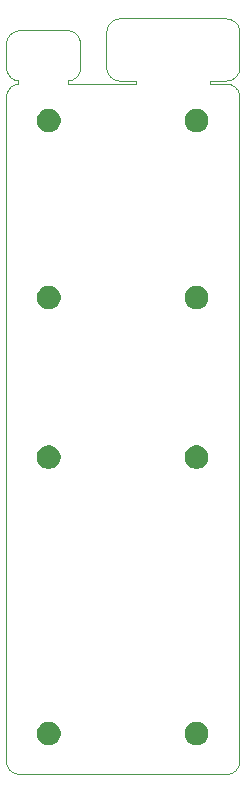
<source format=gbr>
%FSTAX26Y26*%
%MOMM*%
%SFA1B1*%

%IPPOS*%
%ADD94C,0.025400*%
%LNpcb_profile-1*%
%LPD*%
G36*
X15028976Y03426993D02*
Y03328492D01*
X15067407Y03135299*
X15142794Y02953308*
X15252242Y02789529*
X15391536Y02650236*
X15555315Y02540787*
X15737306Y02465425*
X15930499Y02426995*
X16028974*
X16127476*
X16320668Y02465425*
X16502659Y02540787*
X16666438Y02650236*
X16805732Y02789529*
X1691518Y02953308*
X16990568Y03135299*
X17028998Y03328492*
Y03426993*
Y03525469*
X16990568Y03718687*
X1691518Y03900678*
X16805732Y04064457*
X16666438Y04203725*
X16502659Y04313174*
X16320668Y04388561*
X16127476Y04426991*
X16028974*
X15930499*
X15737306Y04388561*
X15555315Y04313174*
X15391536Y04203725*
X15252242Y04064457*
X15142794Y03900678*
X15067407Y03718687*
X15028976Y03525469*
Y03426993*
G37*
G36*
X02528976D02*
Y03525469D01*
X02567406Y03718687*
X02642793Y03900678*
X02752242Y04064457*
X02891536Y04203725*
X03055315Y04313174*
X03237306Y04388561*
X03430498Y04426991*
X03528999*
X03627475*
X03820668Y04388561*
X04002659Y04313174*
X04166438Y04203725*
X04305731Y04064457*
X0441518Y03900678*
X04490567Y03718687*
X04528997Y03525469*
Y03426993*
Y03328492*
X04490567Y03135299*
X0441518Y02953308*
X04305731Y02789529*
X04166438Y02650236*
X04002659Y02540787*
X03820668Y02465425*
X03627475Y02426995*
X03528999*
X03430498*
X03237306Y02465425*
X03055315Y02540787*
X02891536Y02650236*
X02752242Y02789529*
X02642793Y02953308*
X02567406Y03135299*
X02528976Y03328492*
Y03426993*
G37*
G36*
X15028976D02*
Y03328492D01*
X15067407Y03135299*
X15142794Y02953308*
X15252242Y02789529*
X15391536Y02650236*
X15555315Y02540787*
X15737306Y02465425*
X15930499Y02426995*
X16028974*
X16127476*
X16320668Y02465425*
X16502659Y02540787*
X16666438Y02650236*
X16805732Y02789529*
X1691518Y02953308*
X16990568Y03135299*
X17028998Y03328492*
Y03426993*
Y03525469*
X16990568Y03718687*
X1691518Y03900678*
X16805732Y04064457*
X16666438Y04203725*
X16502659Y04313174*
X16320668Y04388561*
X16127476Y04426991*
X16028974*
X15930499*
X15737306Y04388561*
X15555315Y04313174*
X15391536Y04203725*
X15252242Y04064457*
X15142794Y03900678*
X15067407Y03718687*
X15028976Y03525469*
Y03426993*
G37*
G36*
X16028974Y25826999D02*
X15930499D01*
X15737306Y25865429*
X15555315Y25940791*
X15391536Y2605024*
X15252242Y26189533*
X15142794Y26353312*
X15067407Y26535303*
X15028976Y26728496*
Y26826997*
Y26925473*
X15067407Y27118665*
X15142794Y27300656*
X15252242Y27464435*
X15391536Y27603729*
X15555315Y27713178*
X15737306Y27788565*
X15930499Y27826995*
X16028974*
X16127476*
X16320668Y27788565*
X16502659Y27713178*
X16666438Y27603729*
X16805732Y27464435*
X1691518Y27300656*
X16990568Y27118665*
X17028998Y26925473*
Y26826997*
Y26728496*
X16990568Y26535303*
X1691518Y26353312*
X16805732Y26189533*
X16666438Y2605024*
X16502659Y25940791*
X16320668Y25865429*
X16127476Y25826999*
X16028974*
G37*
G36*
X03528999D02*
X03430498D01*
X03237306Y25865429*
X03055315Y25940791*
X02891536Y2605024*
X02752242Y26189533*
X02642793Y26353312*
X02567406Y26535303*
X02528976Y26728496*
Y26826997*
Y26925473*
X02567406Y27118665*
X02642793Y27300656*
X02752242Y27464435*
X02891536Y27603729*
X03055315Y27713178*
X03237306Y27788565*
X03430498Y27826995*
X03528999*
X03627475*
X03820668Y27788565*
X04002659Y27713178*
X04166438Y27603729*
X04305731Y27464435*
X0441518Y27300656*
X04490567Y27118665*
X04528997Y26925473*
Y26826997*
Y26728496*
X04490567Y26535303*
X0441518Y26353312*
X04305731Y26189533*
X04166438Y2605024*
X04002659Y25940791*
X03820668Y25865429*
X03627475Y25826999*
X03528999*
G37*
G36*
Y39326997D02*
X03430498D01*
X03237306Y39365428*
X03055315Y39440789*
X02891536Y39550238*
X02752242Y39689532*
X02642793Y39853311*
X02567406Y40035302*
X02528976Y40228494*
Y40326995*
Y40425471*
X02567406Y40618689*
X02642793Y40800655*
X02752242Y40964459*
X02891536Y41103727*
X03055315Y41213176*
X03237306Y41288563*
X03430498Y41326993*
X03528999*
X03627475*
X03820668Y41288563*
X04002659Y41213176*
X04166438Y41103727*
X04305731Y40964459*
X0441518Y40800655*
X04490567Y40618689*
X04528997Y40425471*
Y40326995*
Y40228494*
X04490567Y40035302*
X0441518Y39853311*
X04305731Y39689532*
X04166438Y39550238*
X04002659Y39440789*
X03820668Y39365428*
X03627475Y39326997*
X03528999*
G37*
G36*
X16028974D02*
X15930499D01*
X15737306Y39365428*
X15555315Y39440789*
X15391536Y39550238*
X15252242Y39689532*
X15142794Y39853311*
X15067407Y40035302*
X15028976Y40228494*
Y40326995*
Y40425471*
X15067407Y40618689*
X15142794Y40800655*
X15252242Y40964459*
X15391536Y41103727*
X15555315Y41213176*
X15737306Y41288563*
X15930499Y41326993*
X16028974*
X16127476*
X16320668Y41288563*
X16502659Y41213176*
X16666438Y41103727*
X16805732Y40964459*
X1691518Y40800655*
X16990568Y40618689*
X17028998Y40425471*
Y40326995*
Y40228494*
X16990568Y40035302*
X1691518Y39853311*
X16805732Y39689532*
X16666438Y39550238*
X16502659Y39440789*
X16320668Y39365428*
X16127476Y39326997*
X16028974*
G37*
G36*
Y54326993D02*
X15930499D01*
X15737306Y54365423*
X15555315Y54440785*
X15391536Y54550233*
X15252242Y54689527*
X15142794Y54853306*
X15067407Y55035297*
X15028976Y5522849*
Y55326991*
Y55425467*
X15067407Y55618684*
X15142794Y55800675*
X15252242Y55964455*
X15391536Y56103748*
X15555315Y56213171*
X15737306Y56288559*
X15930499Y56326989*
X16028974*
X16127476*
X16320668Y56288559*
X16502659Y56213171*
X16666438Y56103748*
X16805732Y55964455*
X1691518Y55800675*
X16990568Y55618684*
X17028998Y55425467*
Y55326991*
Y5522849*
X16990568Y55035297*
X1691518Y54853306*
X16805732Y54689527*
X16666438Y54550233*
X16502659Y54440785*
X16320668Y54365423*
X16127476Y54326993*
X16028974*
G37*
G36*
X03528999D02*
X03430498D01*
X03237306Y54365423*
X03055315Y54440785*
X02891536Y54550233*
X02752242Y54689527*
X02642793Y54853306*
X02567406Y55035297*
X02528976Y5522849*
Y55326991*
Y55425467*
X02567406Y55618684*
X02642793Y55800675*
X02752242Y55964455*
X02891536Y56103748*
X03055315Y56213171*
X03237306Y56288559*
X03430498Y56326989*
X03528999*
X03627475*
X03820668Y56288559*
X04002659Y56213171*
X04166438Y56103748*
X04305731Y55964455*
X0441518Y55800675*
X04490567Y55618684*
X04528997Y55425467*
Y55326991*
Y5522849*
X04490567Y55035297*
X0441518Y54853306*
X04305731Y54689527*
X04166438Y54550233*
X04002659Y54440785*
X03820668Y54365423*
X03627475Y54326993*
X03528999*
G37*
G54D94*
X-00098374Y01126998D02*
Y57326987D01*
D01*
X-00095631Y57405625*
X-00087401Y57483883*
X-00073736Y57561378*
X-00054686Y5763773*
X-00030378Y57712584*
X-00000889Y57785533*
X00033578Y57856272*
X00072923Y57924395*
X00116916Y57989647*
X00165354Y58051649*
X00218008Y5811012*
X00274624Y58164806*
X00334899Y58215377*
X00398576Y58261631*
X00465302Y58303337*
X00534771Y58340269*
X00606653Y58372273*
X00680618Y58399197*
X00756259Y58420889*
X00833221Y58437246*
X00911148Y58448194*
X00916508Y58448752*
Y58712836*
D01*
X00838682Y58724444*
X00761847Y58741462*
X00686384Y58763789*
X00612673Y58791322*
X0054107Y58823936*
X00471906Y58861477*
X00405536Y58903743*
X00342265Y58950529*
X00282422Y59001634*
X00226288Y59056778*
X00174117Y59115706*
X00126212Y59178113*
X00082778Y59243722*
X00043992Y593122*
X00010109Y59383218*
X-00018719Y59456421*
X-00042392Y59531478*
X-00060782Y59607983*
X-00073787Y5968558*
X-00081356Y59763914*
X-00083464Y59832976*
Y61832998*
D01*
X-00080721Y61911636*
X-00072491Y61989893*
X-00058826Y62067389*
X-00039801Y62143741*
X-00015468Y6221857*
X0001397Y62291544*
X00048463Y62362257*
X00087807Y62430406*
X00131826Y62495633*
X00180263Y6255766*
X00232918Y6261613*
X00289534Y62670791*
X00349808Y62721363*
X00413461Y62767616*
X00480187Y62809323*
X00549681Y6284628*
X00621563Y62878284*
X00695502Y62905182*
X00771144Y62926874*
X00848131Y62943232*
X00926033Y62954179*
X01004544Y62959691*
X01043025Y62960377*
X01043889*
X05043881*
D01*
X05122519Y62957608*
X05200777Y62949404*
X05278272Y62935739*
X05354624Y62916689*
X05429478Y62892381*
X05502427Y62862891*
X05573166Y62828398*
X05641314Y62789054*
X05706541Y62745061*
X05768543Y62696598*
X05827039Y62643969*
X058817Y62587352*
X05932271Y62527078*
X05978525Y624634*
X06020231Y62396674*
X06057163Y62327205*
X06089167Y62255323*
X06116091Y62181359*
X06137783Y62105717*
X0615414Y62028755*
X06165088Y61950828*
X06170574Y61872342*
X06171285Y61832998*
Y61832185*
X0617126Y59833789*
X06171285Y59832976*
D01*
X06168542Y59754338*
X06160312Y5967608*
X06146647Y59598585*
X06127597Y59522233*
X06103289Y59447404*
X060738Y5937443*
X06039307Y59303716*
X05999962Y59235568*
X05955969Y59170341*
X05907532Y59108314*
X05854877Y59049843*
X05798261Y58995183*
X05737987Y58944611*
X05674309Y58898358*
X05607583Y58856651*
X05538114Y58819694*
X05466232Y5878769*
X05392267Y58760791*
X05316626Y587391*
X05239664Y58722742*
X05171287Y58712836*
Y58454366*
X10921619*
Y58707604*
X09528987*
D01*
X09450349Y58710347*
X09372092Y58718577*
X09294596Y58732242*
X09218244Y58751292*
X0914339Y587756*
X09070441Y58805064*
X08999702Y58839557*
X08931554Y58878927*
X08866327Y5892292*
X08804325Y58971357*
X08745855Y59024012*
X08691168Y59080628*
X08640597Y59140902*
X08594344Y59204555*
X08552637Y59271306*
X08515705Y59340775*
X08483701Y59412657*
X08456777Y59486596*
X08435086Y59562238*
X08418728Y59639225*
X08407781Y59717152*
X08402294Y59795638*
X08401608Y59834983*
Y62834977*
D01*
X08404352Y62913641*
X08412581Y62991898*
X08426246Y63069393*
X08445271Y63145746*
X08469604Y63220574*
X08499068Y63293523*
X08533561Y63364262*
X08572906Y6343241*
X08616924Y63497637*
X08665362Y63559664*
X08718016Y63618135*
X08774633Y63672796*
X08834907Y63723367*
X08898559Y63769621*
X08965285Y63811327*
X0903478Y63848259*
X09106662Y63880263*
X09180601Y63907187*
X09256242Y63928879*
X0933323Y63945236*
X09411131Y63956184*
X09489643Y6396167*
X09528124Y63962356*
X09528987*
X18528995*
X18529833*
D01*
X18608471Y63959562*
X18686729Y63951281*
X18764224Y63937565*
X18840551Y63918465*
X1891538Y63894081*
X18988303Y63864566*
X19059017Y63829996*
X19127139Y63790601*
X19192341Y63746557*
X19254292Y63698069*
X19312737Y63645364*
X19367373Y63588722*
X19417893Y63528397*
X19464096Y63464694*
X19505752Y63397942*
X19542633Y63328423*
X19574586Y63256515*
X19601459Y6318255*
X19623074Y63106909*
X19639381Y63029922*
X19650278Y62951995*
X19655713Y62873483*
X19656374Y62834977*
Y59834983*
D01*
X19653631Y59756344*
X19645401Y59678087*
X19631736Y59600592*
X19612686Y59524239*
X19588378Y59449411*
X19558889Y59376437*
X19524395Y59305723*
X19485051Y59237575*
X19441058Y59172322*
X1939262Y59110321*
X19339966Y5905185*
X19283349Y58997189*
X19223075Y58946592*
X19159397Y58900339*
X19092672Y58858658*
X19023203Y58821701*
X18951321Y58789697*
X18877356Y58762773*
X18801715Y58741106*
X18724753Y58724723*
X18646825Y58713776*
X18568339Y5870829*
X18528995Y58707604*
X17196155*
Y58454366*
X18528995*
D01*
X18607633Y58451623*
X18685891Y58443393*
X18763386Y58429728*
X18839738Y58410703*
X18914567Y5838637*
X18987541Y58356906*
X19058255Y58322413*
X19126403Y58283068*
X19191655Y5823905*
X19253657Y58190612*
X19312128Y58137958*
X19366788Y58081341*
X19417385Y58021067*
X19463639Y57957415*
X1950532Y57890689*
X19542277Y57821195*
X19574281Y57749313*
X1960118Y57675373*
X19622871Y57599732*
X19639229Y57522745*
X19650202Y57444843*
X19655688Y57366331*
X19656374Y57326987*
Y01126998*
D01*
X19653631Y01048334*
X19645401Y00970076*
X19631736Y00892581*
X19612686Y00816229*
X19588378Y007414*
X19558889Y00668451*
X19524395Y00597712*
X19485051Y00529564*
X19441058Y00464337*
X1939262Y0040231*
X19339966Y00343839*
X19283349Y00289179*
X19223075Y00238607*
X19159397Y00192354*
X19092672Y00150647*
X19023203Y00113715*
X18951321Y00081686*
X18877356Y00054787*
X18801715Y00033096*
X18724753Y00016738*
X18646825Y00005791*
X18568339Y00000304*
X18528995Y-00000355*
X01028979*
D01*
X00950341Y00002362*
X00872083Y00010566*
X00794588Y00024231*
X00718235Y00043281*
X00643407Y00067589*
X00570433Y00097078*
X00499719Y00131572*
X00431571Y00170916*
X00366318Y00214909*
X00304317Y00263372*
X00245846Y00316026*
X00191185Y00372618*
X00140589Y00432892*
X00094335Y0049657*
X00052654Y00563295*
X00015697Y00632764*
X-00016281Y00704672*
X-0004318Y00778611*
X-00064871Y00854252*
X-00081229Y00931214*
X-00092202Y01009142*
X-00097688Y01087653*
X-00098374Y01126998*
M02*
</source>
